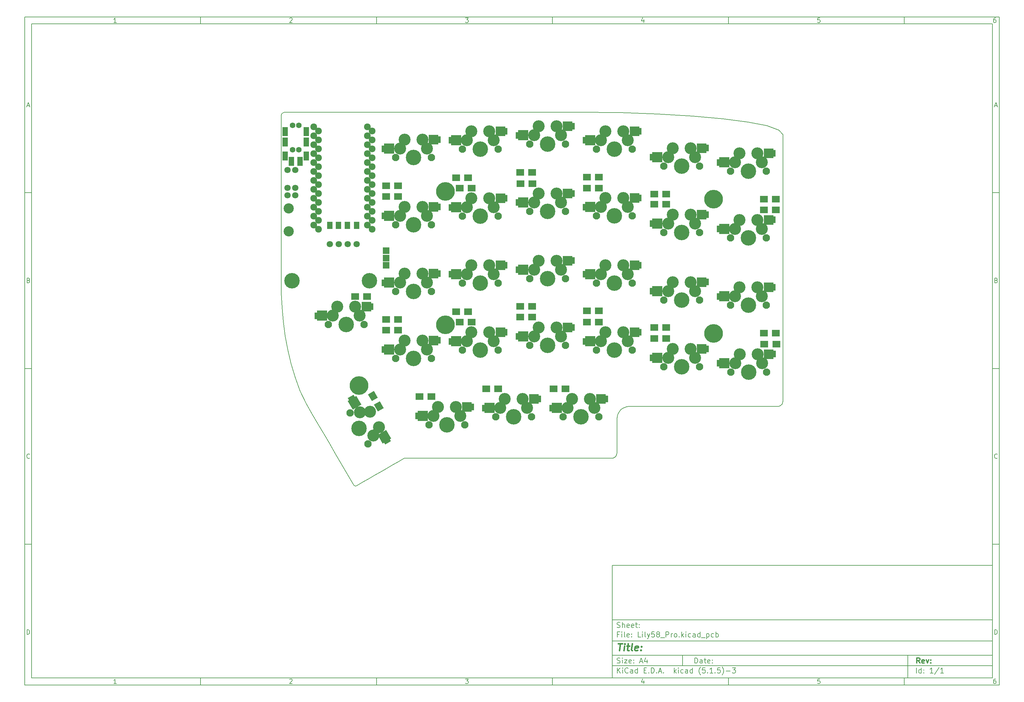
<source format=gbs>
G04 #@! TF.GenerationSoftware,KiCad,Pcbnew,(5.1.5)-3*
G04 #@! TF.CreationDate,2020-05-06T00:51:22+04:00*
G04 #@! TF.ProjectId,Lily58_Pro,4c696c79-3538-45f5-9072-6f2e6b696361,rev?*
G04 #@! TF.SameCoordinates,Original*
G04 #@! TF.FileFunction,Soldermask,Bot*
G04 #@! TF.FilePolarity,Negative*
%FSLAX46Y46*%
G04 Gerber Fmt 4.6, Leading zero omitted, Abs format (unit mm)*
G04 Created by KiCad (PCBNEW (5.1.5)-3) date 2020-05-06 00:51:22*
%MOMM*%
%LPD*%
G04 APERTURE LIST*
%ADD10C,0.100000*%
%ADD11C,0.150000*%
%ADD12C,0.300000*%
%ADD13C,0.400000*%
%ADD14C,0.200000*%
%ADD15R,2.800000X2.800000*%
%ADD16C,3.400000*%
%ADD17C,2.100000*%
%ADD18C,4.400000*%
%ADD19R,2.900000X2.900000*%
%ADD20C,0.500000*%
%ADD21R,1.100000X1.900000*%
%ADD22C,1.600000*%
%ADD23R,1.600000X2.500000*%
%ADD24R,1.924000X1.924000*%
%ADD25C,1.924000*%
%ADD26C,5.300000*%
%ADD27C,1.797000*%
%ADD28R,1.543000X1.035000*%
%ADD29C,2.900000*%
%ADD30R,2.200000X1.900000*%
G04 APERTURE END LIST*
D10*
D11*
X177002200Y-166007200D02*
X177002200Y-198007200D01*
X285002200Y-198007200D01*
X285002200Y-166007200D01*
X177002200Y-166007200D01*
D10*
D11*
X10000000Y-10000000D02*
X10000000Y-200007200D01*
X287002200Y-200007200D01*
X287002200Y-10000000D01*
X10000000Y-10000000D01*
D10*
D11*
X12000000Y-12000000D02*
X12000000Y-198007200D01*
X285002200Y-198007200D01*
X285002200Y-12000000D01*
X12000000Y-12000000D01*
D10*
D11*
X60000000Y-12000000D02*
X60000000Y-10000000D01*
D10*
D11*
X110000000Y-12000000D02*
X110000000Y-10000000D01*
D10*
D11*
X160000000Y-12000000D02*
X160000000Y-10000000D01*
D10*
D11*
X210000000Y-12000000D02*
X210000000Y-10000000D01*
D10*
D11*
X260000000Y-12000000D02*
X260000000Y-10000000D01*
D10*
D11*
X36065476Y-11588095D02*
X35322619Y-11588095D01*
X35694047Y-11588095D02*
X35694047Y-10288095D01*
X35570238Y-10473809D01*
X35446428Y-10597619D01*
X35322619Y-10659523D01*
D10*
D11*
X85322619Y-10411904D02*
X85384523Y-10350000D01*
X85508333Y-10288095D01*
X85817857Y-10288095D01*
X85941666Y-10350000D01*
X86003571Y-10411904D01*
X86065476Y-10535714D01*
X86065476Y-10659523D01*
X86003571Y-10845238D01*
X85260714Y-11588095D01*
X86065476Y-11588095D01*
D10*
D11*
X135260714Y-10288095D02*
X136065476Y-10288095D01*
X135632142Y-10783333D01*
X135817857Y-10783333D01*
X135941666Y-10845238D01*
X136003571Y-10907142D01*
X136065476Y-11030952D01*
X136065476Y-11340476D01*
X136003571Y-11464285D01*
X135941666Y-11526190D01*
X135817857Y-11588095D01*
X135446428Y-11588095D01*
X135322619Y-11526190D01*
X135260714Y-11464285D01*
D10*
D11*
X185941666Y-10721428D02*
X185941666Y-11588095D01*
X185632142Y-10226190D02*
X185322619Y-11154761D01*
X186127380Y-11154761D01*
D10*
D11*
X236003571Y-10288095D02*
X235384523Y-10288095D01*
X235322619Y-10907142D01*
X235384523Y-10845238D01*
X235508333Y-10783333D01*
X235817857Y-10783333D01*
X235941666Y-10845238D01*
X236003571Y-10907142D01*
X236065476Y-11030952D01*
X236065476Y-11340476D01*
X236003571Y-11464285D01*
X235941666Y-11526190D01*
X235817857Y-11588095D01*
X235508333Y-11588095D01*
X235384523Y-11526190D01*
X235322619Y-11464285D01*
D10*
D11*
X285941666Y-10288095D02*
X285694047Y-10288095D01*
X285570238Y-10350000D01*
X285508333Y-10411904D01*
X285384523Y-10597619D01*
X285322619Y-10845238D01*
X285322619Y-11340476D01*
X285384523Y-11464285D01*
X285446428Y-11526190D01*
X285570238Y-11588095D01*
X285817857Y-11588095D01*
X285941666Y-11526190D01*
X286003571Y-11464285D01*
X286065476Y-11340476D01*
X286065476Y-11030952D01*
X286003571Y-10907142D01*
X285941666Y-10845238D01*
X285817857Y-10783333D01*
X285570238Y-10783333D01*
X285446428Y-10845238D01*
X285384523Y-10907142D01*
X285322619Y-11030952D01*
D10*
D11*
X60000000Y-198007200D02*
X60000000Y-200007200D01*
D10*
D11*
X110000000Y-198007200D02*
X110000000Y-200007200D01*
D10*
D11*
X160000000Y-198007200D02*
X160000000Y-200007200D01*
D10*
D11*
X210000000Y-198007200D02*
X210000000Y-200007200D01*
D10*
D11*
X260000000Y-198007200D02*
X260000000Y-200007200D01*
D10*
D11*
X36065476Y-199595295D02*
X35322619Y-199595295D01*
X35694047Y-199595295D02*
X35694047Y-198295295D01*
X35570238Y-198481009D01*
X35446428Y-198604819D01*
X35322619Y-198666723D01*
D10*
D11*
X85322619Y-198419104D02*
X85384523Y-198357200D01*
X85508333Y-198295295D01*
X85817857Y-198295295D01*
X85941666Y-198357200D01*
X86003571Y-198419104D01*
X86065476Y-198542914D01*
X86065476Y-198666723D01*
X86003571Y-198852438D01*
X85260714Y-199595295D01*
X86065476Y-199595295D01*
D10*
D11*
X135260714Y-198295295D02*
X136065476Y-198295295D01*
X135632142Y-198790533D01*
X135817857Y-198790533D01*
X135941666Y-198852438D01*
X136003571Y-198914342D01*
X136065476Y-199038152D01*
X136065476Y-199347676D01*
X136003571Y-199471485D01*
X135941666Y-199533390D01*
X135817857Y-199595295D01*
X135446428Y-199595295D01*
X135322619Y-199533390D01*
X135260714Y-199471485D01*
D10*
D11*
X185941666Y-198728628D02*
X185941666Y-199595295D01*
X185632142Y-198233390D02*
X185322619Y-199161961D01*
X186127380Y-199161961D01*
D10*
D11*
X236003571Y-198295295D02*
X235384523Y-198295295D01*
X235322619Y-198914342D01*
X235384523Y-198852438D01*
X235508333Y-198790533D01*
X235817857Y-198790533D01*
X235941666Y-198852438D01*
X236003571Y-198914342D01*
X236065476Y-199038152D01*
X236065476Y-199347676D01*
X236003571Y-199471485D01*
X235941666Y-199533390D01*
X235817857Y-199595295D01*
X235508333Y-199595295D01*
X235384523Y-199533390D01*
X235322619Y-199471485D01*
D10*
D11*
X285941666Y-198295295D02*
X285694047Y-198295295D01*
X285570238Y-198357200D01*
X285508333Y-198419104D01*
X285384523Y-198604819D01*
X285322619Y-198852438D01*
X285322619Y-199347676D01*
X285384523Y-199471485D01*
X285446428Y-199533390D01*
X285570238Y-199595295D01*
X285817857Y-199595295D01*
X285941666Y-199533390D01*
X286003571Y-199471485D01*
X286065476Y-199347676D01*
X286065476Y-199038152D01*
X286003571Y-198914342D01*
X285941666Y-198852438D01*
X285817857Y-198790533D01*
X285570238Y-198790533D01*
X285446428Y-198852438D01*
X285384523Y-198914342D01*
X285322619Y-199038152D01*
D10*
D11*
X10000000Y-60000000D02*
X12000000Y-60000000D01*
D10*
D11*
X10000000Y-110000000D02*
X12000000Y-110000000D01*
D10*
D11*
X10000000Y-160000000D02*
X12000000Y-160000000D01*
D10*
D11*
X10690476Y-35216666D02*
X11309523Y-35216666D01*
X10566666Y-35588095D02*
X11000000Y-34288095D01*
X11433333Y-35588095D01*
D10*
D11*
X11092857Y-84907142D02*
X11278571Y-84969047D01*
X11340476Y-85030952D01*
X11402380Y-85154761D01*
X11402380Y-85340476D01*
X11340476Y-85464285D01*
X11278571Y-85526190D01*
X11154761Y-85588095D01*
X10659523Y-85588095D01*
X10659523Y-84288095D01*
X11092857Y-84288095D01*
X11216666Y-84350000D01*
X11278571Y-84411904D01*
X11340476Y-84535714D01*
X11340476Y-84659523D01*
X11278571Y-84783333D01*
X11216666Y-84845238D01*
X11092857Y-84907142D01*
X10659523Y-84907142D01*
D10*
D11*
X11402380Y-135464285D02*
X11340476Y-135526190D01*
X11154761Y-135588095D01*
X11030952Y-135588095D01*
X10845238Y-135526190D01*
X10721428Y-135402380D01*
X10659523Y-135278571D01*
X10597619Y-135030952D01*
X10597619Y-134845238D01*
X10659523Y-134597619D01*
X10721428Y-134473809D01*
X10845238Y-134350000D01*
X11030952Y-134288095D01*
X11154761Y-134288095D01*
X11340476Y-134350000D01*
X11402380Y-134411904D01*
D10*
D11*
X10659523Y-185588095D02*
X10659523Y-184288095D01*
X10969047Y-184288095D01*
X11154761Y-184350000D01*
X11278571Y-184473809D01*
X11340476Y-184597619D01*
X11402380Y-184845238D01*
X11402380Y-185030952D01*
X11340476Y-185278571D01*
X11278571Y-185402380D01*
X11154761Y-185526190D01*
X10969047Y-185588095D01*
X10659523Y-185588095D01*
D10*
D11*
X287002200Y-60000000D02*
X285002200Y-60000000D01*
D10*
D11*
X287002200Y-110000000D02*
X285002200Y-110000000D01*
D10*
D11*
X287002200Y-160000000D02*
X285002200Y-160000000D01*
D10*
D11*
X285692676Y-35216666D02*
X286311723Y-35216666D01*
X285568866Y-35588095D02*
X286002200Y-34288095D01*
X286435533Y-35588095D01*
D10*
D11*
X286095057Y-84907142D02*
X286280771Y-84969047D01*
X286342676Y-85030952D01*
X286404580Y-85154761D01*
X286404580Y-85340476D01*
X286342676Y-85464285D01*
X286280771Y-85526190D01*
X286156961Y-85588095D01*
X285661723Y-85588095D01*
X285661723Y-84288095D01*
X286095057Y-84288095D01*
X286218866Y-84350000D01*
X286280771Y-84411904D01*
X286342676Y-84535714D01*
X286342676Y-84659523D01*
X286280771Y-84783333D01*
X286218866Y-84845238D01*
X286095057Y-84907142D01*
X285661723Y-84907142D01*
D10*
D11*
X286404580Y-135464285D02*
X286342676Y-135526190D01*
X286156961Y-135588095D01*
X286033152Y-135588095D01*
X285847438Y-135526190D01*
X285723628Y-135402380D01*
X285661723Y-135278571D01*
X285599819Y-135030952D01*
X285599819Y-134845238D01*
X285661723Y-134597619D01*
X285723628Y-134473809D01*
X285847438Y-134350000D01*
X286033152Y-134288095D01*
X286156961Y-134288095D01*
X286342676Y-134350000D01*
X286404580Y-134411904D01*
D10*
D11*
X285661723Y-185588095D02*
X285661723Y-184288095D01*
X285971247Y-184288095D01*
X286156961Y-184350000D01*
X286280771Y-184473809D01*
X286342676Y-184597619D01*
X286404580Y-184845238D01*
X286404580Y-185030952D01*
X286342676Y-185278571D01*
X286280771Y-185402380D01*
X286156961Y-185526190D01*
X285971247Y-185588095D01*
X285661723Y-185588095D01*
D10*
D11*
X200434342Y-193785771D02*
X200434342Y-192285771D01*
X200791485Y-192285771D01*
X201005771Y-192357200D01*
X201148628Y-192500057D01*
X201220057Y-192642914D01*
X201291485Y-192928628D01*
X201291485Y-193142914D01*
X201220057Y-193428628D01*
X201148628Y-193571485D01*
X201005771Y-193714342D01*
X200791485Y-193785771D01*
X200434342Y-193785771D01*
X202577200Y-193785771D02*
X202577200Y-193000057D01*
X202505771Y-192857200D01*
X202362914Y-192785771D01*
X202077200Y-192785771D01*
X201934342Y-192857200D01*
X202577200Y-193714342D02*
X202434342Y-193785771D01*
X202077200Y-193785771D01*
X201934342Y-193714342D01*
X201862914Y-193571485D01*
X201862914Y-193428628D01*
X201934342Y-193285771D01*
X202077200Y-193214342D01*
X202434342Y-193214342D01*
X202577200Y-193142914D01*
X203077200Y-192785771D02*
X203648628Y-192785771D01*
X203291485Y-192285771D02*
X203291485Y-193571485D01*
X203362914Y-193714342D01*
X203505771Y-193785771D01*
X203648628Y-193785771D01*
X204720057Y-193714342D02*
X204577200Y-193785771D01*
X204291485Y-193785771D01*
X204148628Y-193714342D01*
X204077200Y-193571485D01*
X204077200Y-193000057D01*
X204148628Y-192857200D01*
X204291485Y-192785771D01*
X204577200Y-192785771D01*
X204720057Y-192857200D01*
X204791485Y-193000057D01*
X204791485Y-193142914D01*
X204077200Y-193285771D01*
X205434342Y-193642914D02*
X205505771Y-193714342D01*
X205434342Y-193785771D01*
X205362914Y-193714342D01*
X205434342Y-193642914D01*
X205434342Y-193785771D01*
X205434342Y-192857200D02*
X205505771Y-192928628D01*
X205434342Y-193000057D01*
X205362914Y-192928628D01*
X205434342Y-192857200D01*
X205434342Y-193000057D01*
D10*
D11*
X177002200Y-194507200D02*
X285002200Y-194507200D01*
D10*
D11*
X178434342Y-196585771D02*
X178434342Y-195085771D01*
X179291485Y-196585771D02*
X178648628Y-195728628D01*
X179291485Y-195085771D02*
X178434342Y-195942914D01*
X179934342Y-196585771D02*
X179934342Y-195585771D01*
X179934342Y-195085771D02*
X179862914Y-195157200D01*
X179934342Y-195228628D01*
X180005771Y-195157200D01*
X179934342Y-195085771D01*
X179934342Y-195228628D01*
X181505771Y-196442914D02*
X181434342Y-196514342D01*
X181220057Y-196585771D01*
X181077200Y-196585771D01*
X180862914Y-196514342D01*
X180720057Y-196371485D01*
X180648628Y-196228628D01*
X180577200Y-195942914D01*
X180577200Y-195728628D01*
X180648628Y-195442914D01*
X180720057Y-195300057D01*
X180862914Y-195157200D01*
X181077200Y-195085771D01*
X181220057Y-195085771D01*
X181434342Y-195157200D01*
X181505771Y-195228628D01*
X182791485Y-196585771D02*
X182791485Y-195800057D01*
X182720057Y-195657200D01*
X182577200Y-195585771D01*
X182291485Y-195585771D01*
X182148628Y-195657200D01*
X182791485Y-196514342D02*
X182648628Y-196585771D01*
X182291485Y-196585771D01*
X182148628Y-196514342D01*
X182077200Y-196371485D01*
X182077200Y-196228628D01*
X182148628Y-196085771D01*
X182291485Y-196014342D01*
X182648628Y-196014342D01*
X182791485Y-195942914D01*
X184148628Y-196585771D02*
X184148628Y-195085771D01*
X184148628Y-196514342D02*
X184005771Y-196585771D01*
X183720057Y-196585771D01*
X183577200Y-196514342D01*
X183505771Y-196442914D01*
X183434342Y-196300057D01*
X183434342Y-195871485D01*
X183505771Y-195728628D01*
X183577200Y-195657200D01*
X183720057Y-195585771D01*
X184005771Y-195585771D01*
X184148628Y-195657200D01*
X186005771Y-195800057D02*
X186505771Y-195800057D01*
X186720057Y-196585771D02*
X186005771Y-196585771D01*
X186005771Y-195085771D01*
X186720057Y-195085771D01*
X187362914Y-196442914D02*
X187434342Y-196514342D01*
X187362914Y-196585771D01*
X187291485Y-196514342D01*
X187362914Y-196442914D01*
X187362914Y-196585771D01*
X188077200Y-196585771D02*
X188077200Y-195085771D01*
X188434342Y-195085771D01*
X188648628Y-195157200D01*
X188791485Y-195300057D01*
X188862914Y-195442914D01*
X188934342Y-195728628D01*
X188934342Y-195942914D01*
X188862914Y-196228628D01*
X188791485Y-196371485D01*
X188648628Y-196514342D01*
X188434342Y-196585771D01*
X188077200Y-196585771D01*
X189577200Y-196442914D02*
X189648628Y-196514342D01*
X189577200Y-196585771D01*
X189505771Y-196514342D01*
X189577200Y-196442914D01*
X189577200Y-196585771D01*
X190220057Y-196157200D02*
X190934342Y-196157200D01*
X190077200Y-196585771D02*
X190577200Y-195085771D01*
X191077200Y-196585771D01*
X191577200Y-196442914D02*
X191648628Y-196514342D01*
X191577200Y-196585771D01*
X191505771Y-196514342D01*
X191577200Y-196442914D01*
X191577200Y-196585771D01*
X194577200Y-196585771D02*
X194577200Y-195085771D01*
X194720057Y-196014342D02*
X195148628Y-196585771D01*
X195148628Y-195585771D02*
X194577200Y-196157200D01*
X195791485Y-196585771D02*
X195791485Y-195585771D01*
X195791485Y-195085771D02*
X195720057Y-195157200D01*
X195791485Y-195228628D01*
X195862914Y-195157200D01*
X195791485Y-195085771D01*
X195791485Y-195228628D01*
X197148628Y-196514342D02*
X197005771Y-196585771D01*
X196720057Y-196585771D01*
X196577200Y-196514342D01*
X196505771Y-196442914D01*
X196434342Y-196300057D01*
X196434342Y-195871485D01*
X196505771Y-195728628D01*
X196577200Y-195657200D01*
X196720057Y-195585771D01*
X197005771Y-195585771D01*
X197148628Y-195657200D01*
X198434342Y-196585771D02*
X198434342Y-195800057D01*
X198362914Y-195657200D01*
X198220057Y-195585771D01*
X197934342Y-195585771D01*
X197791485Y-195657200D01*
X198434342Y-196514342D02*
X198291485Y-196585771D01*
X197934342Y-196585771D01*
X197791485Y-196514342D01*
X197720057Y-196371485D01*
X197720057Y-196228628D01*
X197791485Y-196085771D01*
X197934342Y-196014342D01*
X198291485Y-196014342D01*
X198434342Y-195942914D01*
X199791485Y-196585771D02*
X199791485Y-195085771D01*
X199791485Y-196514342D02*
X199648628Y-196585771D01*
X199362914Y-196585771D01*
X199220057Y-196514342D01*
X199148628Y-196442914D01*
X199077200Y-196300057D01*
X199077200Y-195871485D01*
X199148628Y-195728628D01*
X199220057Y-195657200D01*
X199362914Y-195585771D01*
X199648628Y-195585771D01*
X199791485Y-195657200D01*
X202077200Y-197157200D02*
X202005771Y-197085771D01*
X201862914Y-196871485D01*
X201791485Y-196728628D01*
X201720057Y-196514342D01*
X201648628Y-196157200D01*
X201648628Y-195871485D01*
X201720057Y-195514342D01*
X201791485Y-195300057D01*
X201862914Y-195157200D01*
X202005771Y-194942914D01*
X202077200Y-194871485D01*
X203362914Y-195085771D02*
X202648628Y-195085771D01*
X202577200Y-195800057D01*
X202648628Y-195728628D01*
X202791485Y-195657200D01*
X203148628Y-195657200D01*
X203291485Y-195728628D01*
X203362914Y-195800057D01*
X203434342Y-195942914D01*
X203434342Y-196300057D01*
X203362914Y-196442914D01*
X203291485Y-196514342D01*
X203148628Y-196585771D01*
X202791485Y-196585771D01*
X202648628Y-196514342D01*
X202577200Y-196442914D01*
X204077200Y-196442914D02*
X204148628Y-196514342D01*
X204077200Y-196585771D01*
X204005771Y-196514342D01*
X204077200Y-196442914D01*
X204077200Y-196585771D01*
X205577200Y-196585771D02*
X204720057Y-196585771D01*
X205148628Y-196585771D02*
X205148628Y-195085771D01*
X205005771Y-195300057D01*
X204862914Y-195442914D01*
X204720057Y-195514342D01*
X206220057Y-196442914D02*
X206291485Y-196514342D01*
X206220057Y-196585771D01*
X206148628Y-196514342D01*
X206220057Y-196442914D01*
X206220057Y-196585771D01*
X207648628Y-195085771D02*
X206934342Y-195085771D01*
X206862914Y-195800057D01*
X206934342Y-195728628D01*
X207077200Y-195657200D01*
X207434342Y-195657200D01*
X207577200Y-195728628D01*
X207648628Y-195800057D01*
X207720057Y-195942914D01*
X207720057Y-196300057D01*
X207648628Y-196442914D01*
X207577200Y-196514342D01*
X207434342Y-196585771D01*
X207077200Y-196585771D01*
X206934342Y-196514342D01*
X206862914Y-196442914D01*
X208220057Y-197157200D02*
X208291485Y-197085771D01*
X208434342Y-196871485D01*
X208505771Y-196728628D01*
X208577200Y-196514342D01*
X208648628Y-196157200D01*
X208648628Y-195871485D01*
X208577200Y-195514342D01*
X208505771Y-195300057D01*
X208434342Y-195157200D01*
X208291485Y-194942914D01*
X208220057Y-194871485D01*
X209362914Y-196014342D02*
X210505771Y-196014342D01*
X211077200Y-195085771D02*
X212005771Y-195085771D01*
X211505771Y-195657200D01*
X211720057Y-195657200D01*
X211862914Y-195728628D01*
X211934342Y-195800057D01*
X212005771Y-195942914D01*
X212005771Y-196300057D01*
X211934342Y-196442914D01*
X211862914Y-196514342D01*
X211720057Y-196585771D01*
X211291485Y-196585771D01*
X211148628Y-196514342D01*
X211077200Y-196442914D01*
D10*
D11*
X177002200Y-191507200D02*
X285002200Y-191507200D01*
D10*
D12*
X264411485Y-193785771D02*
X263911485Y-193071485D01*
X263554342Y-193785771D02*
X263554342Y-192285771D01*
X264125771Y-192285771D01*
X264268628Y-192357200D01*
X264340057Y-192428628D01*
X264411485Y-192571485D01*
X264411485Y-192785771D01*
X264340057Y-192928628D01*
X264268628Y-193000057D01*
X264125771Y-193071485D01*
X263554342Y-193071485D01*
X265625771Y-193714342D02*
X265482914Y-193785771D01*
X265197200Y-193785771D01*
X265054342Y-193714342D01*
X264982914Y-193571485D01*
X264982914Y-193000057D01*
X265054342Y-192857200D01*
X265197200Y-192785771D01*
X265482914Y-192785771D01*
X265625771Y-192857200D01*
X265697200Y-193000057D01*
X265697200Y-193142914D01*
X264982914Y-193285771D01*
X266197200Y-192785771D02*
X266554342Y-193785771D01*
X266911485Y-192785771D01*
X267482914Y-193642914D02*
X267554342Y-193714342D01*
X267482914Y-193785771D01*
X267411485Y-193714342D01*
X267482914Y-193642914D01*
X267482914Y-193785771D01*
X267482914Y-192857200D02*
X267554342Y-192928628D01*
X267482914Y-193000057D01*
X267411485Y-192928628D01*
X267482914Y-192857200D01*
X267482914Y-193000057D01*
D10*
D11*
X178362914Y-193714342D02*
X178577200Y-193785771D01*
X178934342Y-193785771D01*
X179077200Y-193714342D01*
X179148628Y-193642914D01*
X179220057Y-193500057D01*
X179220057Y-193357200D01*
X179148628Y-193214342D01*
X179077200Y-193142914D01*
X178934342Y-193071485D01*
X178648628Y-193000057D01*
X178505771Y-192928628D01*
X178434342Y-192857200D01*
X178362914Y-192714342D01*
X178362914Y-192571485D01*
X178434342Y-192428628D01*
X178505771Y-192357200D01*
X178648628Y-192285771D01*
X179005771Y-192285771D01*
X179220057Y-192357200D01*
X179862914Y-193785771D02*
X179862914Y-192785771D01*
X179862914Y-192285771D02*
X179791485Y-192357200D01*
X179862914Y-192428628D01*
X179934342Y-192357200D01*
X179862914Y-192285771D01*
X179862914Y-192428628D01*
X180434342Y-192785771D02*
X181220057Y-192785771D01*
X180434342Y-193785771D01*
X181220057Y-193785771D01*
X182362914Y-193714342D02*
X182220057Y-193785771D01*
X181934342Y-193785771D01*
X181791485Y-193714342D01*
X181720057Y-193571485D01*
X181720057Y-193000057D01*
X181791485Y-192857200D01*
X181934342Y-192785771D01*
X182220057Y-192785771D01*
X182362914Y-192857200D01*
X182434342Y-193000057D01*
X182434342Y-193142914D01*
X181720057Y-193285771D01*
X183077200Y-193642914D02*
X183148628Y-193714342D01*
X183077200Y-193785771D01*
X183005771Y-193714342D01*
X183077200Y-193642914D01*
X183077200Y-193785771D01*
X183077200Y-192857200D02*
X183148628Y-192928628D01*
X183077200Y-193000057D01*
X183005771Y-192928628D01*
X183077200Y-192857200D01*
X183077200Y-193000057D01*
X184862914Y-193357200D02*
X185577200Y-193357200D01*
X184720057Y-193785771D02*
X185220057Y-192285771D01*
X185720057Y-193785771D01*
X186862914Y-192785771D02*
X186862914Y-193785771D01*
X186505771Y-192214342D02*
X186148628Y-193285771D01*
X187077200Y-193285771D01*
D10*
D11*
X263434342Y-196585771D02*
X263434342Y-195085771D01*
X264791485Y-196585771D02*
X264791485Y-195085771D01*
X264791485Y-196514342D02*
X264648628Y-196585771D01*
X264362914Y-196585771D01*
X264220057Y-196514342D01*
X264148628Y-196442914D01*
X264077200Y-196300057D01*
X264077200Y-195871485D01*
X264148628Y-195728628D01*
X264220057Y-195657200D01*
X264362914Y-195585771D01*
X264648628Y-195585771D01*
X264791485Y-195657200D01*
X265505771Y-196442914D02*
X265577200Y-196514342D01*
X265505771Y-196585771D01*
X265434342Y-196514342D01*
X265505771Y-196442914D01*
X265505771Y-196585771D01*
X265505771Y-195657200D02*
X265577200Y-195728628D01*
X265505771Y-195800057D01*
X265434342Y-195728628D01*
X265505771Y-195657200D01*
X265505771Y-195800057D01*
X268148628Y-196585771D02*
X267291485Y-196585771D01*
X267720057Y-196585771D02*
X267720057Y-195085771D01*
X267577200Y-195300057D01*
X267434342Y-195442914D01*
X267291485Y-195514342D01*
X269862914Y-195014342D02*
X268577200Y-196942914D01*
X271148628Y-196585771D02*
X270291485Y-196585771D01*
X270720057Y-196585771D02*
X270720057Y-195085771D01*
X270577200Y-195300057D01*
X270434342Y-195442914D01*
X270291485Y-195514342D01*
D10*
D11*
X177002200Y-187507200D02*
X285002200Y-187507200D01*
D10*
D13*
X178714580Y-188211961D02*
X179857438Y-188211961D01*
X179036009Y-190211961D02*
X179286009Y-188211961D01*
X180274104Y-190211961D02*
X180440771Y-188878628D01*
X180524104Y-188211961D02*
X180416961Y-188307200D01*
X180500295Y-188402438D01*
X180607438Y-188307200D01*
X180524104Y-188211961D01*
X180500295Y-188402438D01*
X181107438Y-188878628D02*
X181869342Y-188878628D01*
X181476485Y-188211961D02*
X181262200Y-189926247D01*
X181333628Y-190116723D01*
X181512200Y-190211961D01*
X181702676Y-190211961D01*
X182655057Y-190211961D02*
X182476485Y-190116723D01*
X182405057Y-189926247D01*
X182619342Y-188211961D01*
X184190771Y-190116723D02*
X183988390Y-190211961D01*
X183607438Y-190211961D01*
X183428866Y-190116723D01*
X183357438Y-189926247D01*
X183452676Y-189164342D01*
X183571723Y-188973866D01*
X183774104Y-188878628D01*
X184155057Y-188878628D01*
X184333628Y-188973866D01*
X184405057Y-189164342D01*
X184381247Y-189354819D01*
X183405057Y-189545295D01*
X185155057Y-190021485D02*
X185238390Y-190116723D01*
X185131247Y-190211961D01*
X185047914Y-190116723D01*
X185155057Y-190021485D01*
X185131247Y-190211961D01*
X185286009Y-188973866D02*
X185369342Y-189069104D01*
X185262200Y-189164342D01*
X185178866Y-189069104D01*
X185286009Y-188973866D01*
X185262200Y-189164342D01*
D10*
D11*
X178934342Y-185600057D02*
X178434342Y-185600057D01*
X178434342Y-186385771D02*
X178434342Y-184885771D01*
X179148628Y-184885771D01*
X179720057Y-186385771D02*
X179720057Y-185385771D01*
X179720057Y-184885771D02*
X179648628Y-184957200D01*
X179720057Y-185028628D01*
X179791485Y-184957200D01*
X179720057Y-184885771D01*
X179720057Y-185028628D01*
X180648628Y-186385771D02*
X180505771Y-186314342D01*
X180434342Y-186171485D01*
X180434342Y-184885771D01*
X181791485Y-186314342D02*
X181648628Y-186385771D01*
X181362914Y-186385771D01*
X181220057Y-186314342D01*
X181148628Y-186171485D01*
X181148628Y-185600057D01*
X181220057Y-185457200D01*
X181362914Y-185385771D01*
X181648628Y-185385771D01*
X181791485Y-185457200D01*
X181862914Y-185600057D01*
X181862914Y-185742914D01*
X181148628Y-185885771D01*
X182505771Y-186242914D02*
X182577200Y-186314342D01*
X182505771Y-186385771D01*
X182434342Y-186314342D01*
X182505771Y-186242914D01*
X182505771Y-186385771D01*
X182505771Y-185457200D02*
X182577200Y-185528628D01*
X182505771Y-185600057D01*
X182434342Y-185528628D01*
X182505771Y-185457200D01*
X182505771Y-185600057D01*
X185077200Y-186385771D02*
X184362914Y-186385771D01*
X184362914Y-184885771D01*
X185577200Y-186385771D02*
X185577200Y-185385771D01*
X185577200Y-184885771D02*
X185505771Y-184957200D01*
X185577200Y-185028628D01*
X185648628Y-184957200D01*
X185577200Y-184885771D01*
X185577200Y-185028628D01*
X186505771Y-186385771D02*
X186362914Y-186314342D01*
X186291485Y-186171485D01*
X186291485Y-184885771D01*
X186934342Y-185385771D02*
X187291485Y-186385771D01*
X187648628Y-185385771D02*
X187291485Y-186385771D01*
X187148628Y-186742914D01*
X187077200Y-186814342D01*
X186934342Y-186885771D01*
X188934342Y-184885771D02*
X188220057Y-184885771D01*
X188148628Y-185600057D01*
X188220057Y-185528628D01*
X188362914Y-185457200D01*
X188720057Y-185457200D01*
X188862914Y-185528628D01*
X188934342Y-185600057D01*
X189005771Y-185742914D01*
X189005771Y-186100057D01*
X188934342Y-186242914D01*
X188862914Y-186314342D01*
X188720057Y-186385771D01*
X188362914Y-186385771D01*
X188220057Y-186314342D01*
X188148628Y-186242914D01*
X189862914Y-185528628D02*
X189720057Y-185457200D01*
X189648628Y-185385771D01*
X189577200Y-185242914D01*
X189577200Y-185171485D01*
X189648628Y-185028628D01*
X189720057Y-184957200D01*
X189862914Y-184885771D01*
X190148628Y-184885771D01*
X190291485Y-184957200D01*
X190362914Y-185028628D01*
X190434342Y-185171485D01*
X190434342Y-185242914D01*
X190362914Y-185385771D01*
X190291485Y-185457200D01*
X190148628Y-185528628D01*
X189862914Y-185528628D01*
X189720057Y-185600057D01*
X189648628Y-185671485D01*
X189577200Y-185814342D01*
X189577200Y-186100057D01*
X189648628Y-186242914D01*
X189720057Y-186314342D01*
X189862914Y-186385771D01*
X190148628Y-186385771D01*
X190291485Y-186314342D01*
X190362914Y-186242914D01*
X190434342Y-186100057D01*
X190434342Y-185814342D01*
X190362914Y-185671485D01*
X190291485Y-185600057D01*
X190148628Y-185528628D01*
X190720057Y-186528628D02*
X191862914Y-186528628D01*
X192220057Y-186385771D02*
X192220057Y-184885771D01*
X192791485Y-184885771D01*
X192934342Y-184957200D01*
X193005771Y-185028628D01*
X193077200Y-185171485D01*
X193077200Y-185385771D01*
X193005771Y-185528628D01*
X192934342Y-185600057D01*
X192791485Y-185671485D01*
X192220057Y-185671485D01*
X193720057Y-186385771D02*
X193720057Y-185385771D01*
X193720057Y-185671485D02*
X193791485Y-185528628D01*
X193862914Y-185457200D01*
X194005771Y-185385771D01*
X194148628Y-185385771D01*
X194862914Y-186385771D02*
X194720057Y-186314342D01*
X194648628Y-186242914D01*
X194577200Y-186100057D01*
X194577200Y-185671485D01*
X194648628Y-185528628D01*
X194720057Y-185457200D01*
X194862914Y-185385771D01*
X195077200Y-185385771D01*
X195220057Y-185457200D01*
X195291485Y-185528628D01*
X195362914Y-185671485D01*
X195362914Y-186100057D01*
X195291485Y-186242914D01*
X195220057Y-186314342D01*
X195077200Y-186385771D01*
X194862914Y-186385771D01*
X196005771Y-186242914D02*
X196077200Y-186314342D01*
X196005771Y-186385771D01*
X195934342Y-186314342D01*
X196005771Y-186242914D01*
X196005771Y-186385771D01*
X196720057Y-186385771D02*
X196720057Y-184885771D01*
X196862914Y-185814342D02*
X197291485Y-186385771D01*
X197291485Y-185385771D02*
X196720057Y-185957200D01*
X197934342Y-186385771D02*
X197934342Y-185385771D01*
X197934342Y-184885771D02*
X197862914Y-184957200D01*
X197934342Y-185028628D01*
X198005771Y-184957200D01*
X197934342Y-184885771D01*
X197934342Y-185028628D01*
X199291485Y-186314342D02*
X199148628Y-186385771D01*
X198862914Y-186385771D01*
X198720057Y-186314342D01*
X198648628Y-186242914D01*
X198577200Y-186100057D01*
X198577200Y-185671485D01*
X198648628Y-185528628D01*
X198720057Y-185457200D01*
X198862914Y-185385771D01*
X199148628Y-185385771D01*
X199291485Y-185457200D01*
X200577200Y-186385771D02*
X200577200Y-185600057D01*
X200505771Y-185457200D01*
X200362914Y-185385771D01*
X200077200Y-185385771D01*
X199934342Y-185457200D01*
X200577200Y-186314342D02*
X200434342Y-186385771D01*
X200077200Y-186385771D01*
X199934342Y-186314342D01*
X199862914Y-186171485D01*
X199862914Y-186028628D01*
X199934342Y-185885771D01*
X200077200Y-185814342D01*
X200434342Y-185814342D01*
X200577200Y-185742914D01*
X201934342Y-186385771D02*
X201934342Y-184885771D01*
X201934342Y-186314342D02*
X201791485Y-186385771D01*
X201505771Y-186385771D01*
X201362914Y-186314342D01*
X201291485Y-186242914D01*
X201220057Y-186100057D01*
X201220057Y-185671485D01*
X201291485Y-185528628D01*
X201362914Y-185457200D01*
X201505771Y-185385771D01*
X201791485Y-185385771D01*
X201934342Y-185457200D01*
X202291485Y-186528628D02*
X203434342Y-186528628D01*
X203791485Y-185385771D02*
X203791485Y-186885771D01*
X203791485Y-185457200D02*
X203934342Y-185385771D01*
X204220057Y-185385771D01*
X204362914Y-185457200D01*
X204434342Y-185528628D01*
X204505771Y-185671485D01*
X204505771Y-186100057D01*
X204434342Y-186242914D01*
X204362914Y-186314342D01*
X204220057Y-186385771D01*
X203934342Y-186385771D01*
X203791485Y-186314342D01*
X205791485Y-186314342D02*
X205648628Y-186385771D01*
X205362914Y-186385771D01*
X205220057Y-186314342D01*
X205148628Y-186242914D01*
X205077200Y-186100057D01*
X205077200Y-185671485D01*
X205148628Y-185528628D01*
X205220057Y-185457200D01*
X205362914Y-185385771D01*
X205648628Y-185385771D01*
X205791485Y-185457200D01*
X206434342Y-186385771D02*
X206434342Y-184885771D01*
X206434342Y-185457200D02*
X206577200Y-185385771D01*
X206862914Y-185385771D01*
X207005771Y-185457200D01*
X207077200Y-185528628D01*
X207148628Y-185671485D01*
X207148628Y-186100057D01*
X207077200Y-186242914D01*
X207005771Y-186314342D01*
X206862914Y-186385771D01*
X206577200Y-186385771D01*
X206434342Y-186314342D01*
D10*
D11*
X177002200Y-181507200D02*
X285002200Y-181507200D01*
D10*
D11*
X178362914Y-183614342D02*
X178577200Y-183685771D01*
X178934342Y-183685771D01*
X179077200Y-183614342D01*
X179148628Y-183542914D01*
X179220057Y-183400057D01*
X179220057Y-183257200D01*
X179148628Y-183114342D01*
X179077200Y-183042914D01*
X178934342Y-182971485D01*
X178648628Y-182900057D01*
X178505771Y-182828628D01*
X178434342Y-182757200D01*
X178362914Y-182614342D01*
X178362914Y-182471485D01*
X178434342Y-182328628D01*
X178505771Y-182257200D01*
X178648628Y-182185771D01*
X179005771Y-182185771D01*
X179220057Y-182257200D01*
X179862914Y-183685771D02*
X179862914Y-182185771D01*
X180505771Y-183685771D02*
X180505771Y-182900057D01*
X180434342Y-182757200D01*
X180291485Y-182685771D01*
X180077200Y-182685771D01*
X179934342Y-182757200D01*
X179862914Y-182828628D01*
X181791485Y-183614342D02*
X181648628Y-183685771D01*
X181362914Y-183685771D01*
X181220057Y-183614342D01*
X181148628Y-183471485D01*
X181148628Y-182900057D01*
X181220057Y-182757200D01*
X181362914Y-182685771D01*
X181648628Y-182685771D01*
X181791485Y-182757200D01*
X181862914Y-182900057D01*
X181862914Y-183042914D01*
X181148628Y-183185771D01*
X183077200Y-183614342D02*
X182934342Y-183685771D01*
X182648628Y-183685771D01*
X182505771Y-183614342D01*
X182434342Y-183471485D01*
X182434342Y-182900057D01*
X182505771Y-182757200D01*
X182648628Y-182685771D01*
X182934342Y-182685771D01*
X183077200Y-182757200D01*
X183148628Y-182900057D01*
X183148628Y-183042914D01*
X182434342Y-183185771D01*
X183577200Y-182685771D02*
X184148628Y-182685771D01*
X183791485Y-182185771D02*
X183791485Y-183471485D01*
X183862914Y-183614342D01*
X184005771Y-183685771D01*
X184148628Y-183685771D01*
X184648628Y-183542914D02*
X184720057Y-183614342D01*
X184648628Y-183685771D01*
X184577200Y-183614342D01*
X184648628Y-183542914D01*
X184648628Y-183685771D01*
X184648628Y-182757200D02*
X184720057Y-182828628D01*
X184648628Y-182900057D01*
X184577200Y-182828628D01*
X184648628Y-182757200D01*
X184648628Y-182900057D01*
D10*
D11*
X197002200Y-191507200D02*
X197002200Y-194507200D01*
D10*
D11*
X261002200Y-191507200D02*
X261002200Y-198007200D01*
D14*
X116186619Y-136480784D02*
X117862313Y-135510645D01*
X114510925Y-137450923D02*
X116186619Y-136480784D01*
X82937528Y-50750629D02*
X82937528Y-44443695D01*
X82937528Y-57057562D02*
X82937528Y-50750629D01*
X115211711Y-37086762D02*
X104803877Y-37086762D01*
X218692418Y-120789735D02*
X223959999Y-120789735D01*
X213424836Y-120789735D02*
X218692418Y-120789735D01*
X208157255Y-120789735D02*
X213424836Y-120789735D01*
X202889673Y-120789735D02*
X208157255Y-120789735D01*
X197622092Y-120789735D02*
X202889673Y-120789735D01*
X192354511Y-120789735D02*
X197622092Y-120789735D01*
X187086929Y-120789735D02*
X192354511Y-120789735D01*
X181819348Y-120789735D02*
X187086929Y-120789735D01*
X181113524Y-120860778D02*
X181819348Y-120789735D01*
X180456326Y-121064561D02*
X181113524Y-120860778D01*
X179861773Y-121387065D02*
X180456326Y-121064561D01*
X179343884Y-121814271D02*
X179861773Y-121387065D01*
X178916678Y-122332160D02*
X179343884Y-121814271D01*
X178594174Y-122926713D02*
X178916678Y-122332160D01*
X178390391Y-123583911D02*
X178594174Y-122926713D01*
X178319348Y-124289735D02*
X178390391Y-123583911D01*
X199807654Y-38170488D02*
X189919538Y-37585374D01*
X208420758Y-38945561D02*
X199807654Y-38170488D01*
X215525697Y-39885159D02*
X208420758Y-38945561D01*
X220889319Y-40963847D02*
X215525697Y-39885159D01*
X178989563Y-37215654D02*
X167250881Y-37086762D01*
X189919538Y-37585374D02*
X178989563Y-37215654D01*
X177658308Y-135255660D02*
X177403500Y-135393876D01*
X177880261Y-135072571D02*
X177658308Y-135255660D01*
X178063349Y-134850619D02*
X177880261Y-135072571D01*
X178201565Y-134595810D02*
X178063349Y-134850619D01*
X178288901Y-134314154D02*
X178201565Y-134595810D01*
X178319348Y-134011658D02*
X178288901Y-134314154D01*
X225460000Y-52918378D02*
X225460000Y-62400000D01*
X225460000Y-43436755D02*
X225460000Y-52918378D01*
X82937528Y-69671429D02*
X82937528Y-63364495D01*
X82937528Y-75978362D02*
X82937528Y-69671429D01*
X82937528Y-82285296D02*
X82937528Y-75978362D01*
X82937528Y-88592229D02*
X82937528Y-82285296D01*
X104803877Y-37086762D02*
X94396044Y-37086762D01*
X125619545Y-37086762D02*
X115211711Y-37086762D01*
X136027379Y-37086762D02*
X125619545Y-37086762D01*
X146435213Y-37086762D02*
X136027379Y-37086762D01*
X156843047Y-37086762D02*
X146435213Y-37086762D01*
X167250881Y-37086762D02*
X156843047Y-37086762D01*
X83400937Y-37265961D02*
X83579303Y-37169210D01*
X83245570Y-37394123D02*
X83400937Y-37265961D01*
X83117409Y-37549489D02*
X83245570Y-37394123D01*
X83020657Y-37727855D02*
X83117409Y-37549489D01*
X82959523Y-37925015D02*
X83020657Y-37727855D01*
X82938210Y-38136762D02*
X82959523Y-37925015D01*
X83776462Y-37108075D02*
X83988210Y-37086762D01*
X83579303Y-37169210D02*
X83776462Y-37108075D01*
X94396044Y-37086762D02*
X83988210Y-37086762D01*
X82937528Y-63364495D02*
X82937528Y-57057562D01*
X82937528Y-44443695D02*
X82937528Y-38136762D01*
X88291758Y-116318073D02*
X89993333Y-119989540D01*
X86863105Y-112530670D02*
X88291758Y-116318073D01*
X85688004Y-108649127D02*
X86863105Y-112530670D01*
X84747083Y-104695246D02*
X85688004Y-108649127D01*
X84020972Y-100690825D02*
X84747083Y-104695246D01*
X83490297Y-96657663D02*
X84020972Y-100690825D01*
X83135690Y-92617561D02*
X83490297Y-96657663D01*
X82937777Y-88592317D02*
X83135690Y-92617561D01*
X104288864Y-143357278D02*
X104456758Y-143271756D01*
X104130206Y-143404468D02*
X104288864Y-143357278D01*
X103981252Y-143413974D02*
X104130206Y-143404468D01*
X103842470Y-143386445D02*
X103981252Y-143413974D01*
X103714328Y-143322532D02*
X103842470Y-143386445D01*
X103597295Y-143222884D02*
X103714328Y-143322532D01*
X103491837Y-143088150D02*
X103597295Y-143222884D01*
X103398425Y-142918979D02*
X103491837Y-143088150D01*
X112835230Y-138421062D02*
X114510925Y-137450923D01*
X111159536Y-139391201D02*
X112835230Y-138421062D01*
X109483841Y-140361340D02*
X111159536Y-139391201D01*
X107808147Y-141331479D02*
X109483841Y-140361340D01*
X106132452Y-142301617D02*
X107808147Y-141331479D01*
X104456758Y-143271756D02*
X106132452Y-142301617D01*
X101722730Y-140052659D02*
X103398425Y-142918979D01*
X100047036Y-137186340D02*
X101722730Y-140052659D01*
X98371341Y-134320020D02*
X100047036Y-137186340D01*
X96695647Y-131453701D02*
X98371341Y-134320020D01*
X95019952Y-128587381D02*
X96695647Y-131453701D01*
X93344258Y-125721062D02*
X95019952Y-128587381D01*
X91668563Y-122854742D02*
X93344258Y-125721062D01*
X89992869Y-119988423D02*
X91668563Y-122854742D01*
X169449826Y-135511658D02*
X176819348Y-135511658D01*
X162080304Y-135511658D02*
X169449826Y-135511658D01*
X154710782Y-135511658D02*
X162080304Y-135511658D01*
X147341260Y-135511658D02*
X154710782Y-135511658D01*
X139971738Y-135511658D02*
X147341260Y-135511658D01*
X132602217Y-135511658D02*
X139971738Y-135511658D01*
X125232695Y-135511658D02*
X132602217Y-135511658D01*
X117863173Y-135511658D02*
X125232695Y-135511658D01*
X178319348Y-131597973D02*
X178319348Y-134011658D01*
X178319348Y-130379933D02*
X178319348Y-131597973D01*
X178319348Y-129161894D02*
X178319348Y-130379933D01*
X178319348Y-127943854D02*
X178319348Y-129161894D01*
X178319348Y-126725814D02*
X178319348Y-127943854D01*
X178319348Y-125507775D02*
X178319348Y-126725814D01*
X178319348Y-124289735D02*
X178319348Y-125507775D01*
X177121844Y-135481211D02*
X176819348Y-135511658D01*
X177403500Y-135393876D02*
X177121844Y-135481211D01*
X224278471Y-42156190D02*
X220889319Y-40963847D01*
X225460000Y-43436755D02*
X224278471Y-42156190D01*
X224262495Y-120759288D02*
X223959999Y-120789735D01*
X224544152Y-120671952D02*
X224262495Y-120759288D01*
X224798960Y-120533736D02*
X224544152Y-120671952D01*
X225020912Y-120350648D02*
X224798960Y-120533736D01*
X225204001Y-120128696D02*
X225020912Y-120350648D01*
X225342217Y-119873887D02*
X225204001Y-120128696D01*
X225429552Y-119592231D02*
X225342217Y-119873887D01*
X225459999Y-119289735D02*
X225429552Y-119592231D01*
X225460000Y-109808112D02*
X225460000Y-119289735D01*
X225460000Y-100326490D02*
X225460000Y-109808112D01*
X225460000Y-90844867D02*
X225460000Y-100326490D01*
X225460000Y-81363245D02*
X225460000Y-90844867D01*
X225460000Y-71881623D02*
X225460000Y-81363245D01*
X225460000Y-62400000D02*
X225460000Y-71881623D01*
D15*
X145200000Y-80620000D03*
D16*
X135690000Y-83159999D03*
D17*
X134420000Y-85700000D03*
X144580000Y-85700000D03*
D18*
X139500000Y-85700000D03*
D16*
X142040000Y-80620000D03*
D19*
X132600000Y-83160000D03*
D20*
X135675000Y-83120000D03*
X143325000Y-83120000D03*
D16*
X136960000Y-80620000D03*
X143310000Y-83160000D03*
X143310000Y-83160000D03*
D21*
X146700000Y-80600000D03*
X131000000Y-83200000D03*
D10*
G36*
X114161845Y-129908781D02*
G01*
X111736973Y-131308781D01*
X110336973Y-128883909D01*
X112761845Y-127483909D01*
X114161845Y-129908781D01*
G37*
D16*
X105294705Y-122430443D03*
D17*
X102460000Y-122600591D03*
X107540000Y-131399409D03*
D18*
X105000000Y-127000000D03*
D16*
X110669409Y-126659705D03*
D10*
G36*
X105730442Y-120285162D02*
G01*
X103218968Y-121735162D01*
X101768968Y-119223688D01*
X104280442Y-117773688D01*
X105730442Y-120285162D01*
G37*
D20*
X105321846Y-122397453D03*
X109146846Y-129022547D03*
D16*
X108129409Y-122260295D03*
X109104705Y-129029557D03*
X109104705Y-129029557D03*
D10*
G36*
X111919006Y-130684069D02*
G01*
X113564454Y-129734069D01*
X114114454Y-130686697D01*
X112469006Y-131636697D01*
X111919006Y-130684069D01*
G37*
G36*
X101817340Y-118387470D02*
G01*
X103462788Y-117437470D01*
X104012788Y-118390098D01*
X102367340Y-119340098D01*
X101817340Y-118387470D01*
G37*
D15*
X173800000Y-118670000D03*
D16*
X164290000Y-121209999D03*
D17*
X163020000Y-123750000D03*
X173180000Y-123750000D03*
D18*
X168100000Y-123750000D03*
D16*
X170640000Y-118670000D03*
D19*
X161200000Y-121210000D03*
D20*
X164275000Y-121170000D03*
X171925000Y-121170000D03*
D16*
X165560000Y-118670000D03*
X171910000Y-121210000D03*
X171910000Y-121210000D03*
D21*
X175300000Y-118650000D03*
X159600000Y-121250000D03*
D15*
X154700000Y-118670000D03*
D16*
X145190000Y-121209999D03*
D17*
X143920000Y-123750000D03*
X154080000Y-123750000D03*
D18*
X149000000Y-123750000D03*
D16*
X151540000Y-118670000D03*
D19*
X142100000Y-121210000D03*
D20*
X145175000Y-121170000D03*
X152825000Y-121170000D03*
D16*
X146460000Y-118670000D03*
X152810000Y-121210000D03*
X152810000Y-121210000D03*
D21*
X156200000Y-118650000D03*
X140500000Y-121250000D03*
D15*
X135700000Y-120920000D03*
D16*
X126190000Y-123459999D03*
D17*
X124920000Y-126000000D03*
X135080000Y-126000000D03*
D18*
X130000000Y-126000000D03*
D16*
X132540000Y-120920000D03*
D19*
X123100000Y-123460000D03*
D20*
X126175000Y-123420000D03*
X133825000Y-123420000D03*
D16*
X127460000Y-120920000D03*
X133810000Y-123460000D03*
X133810000Y-123460000D03*
D21*
X137200000Y-120900000D03*
X121500000Y-123500000D03*
D15*
X107100000Y-92420000D03*
D16*
X97590000Y-94959999D03*
D17*
X96320000Y-97500000D03*
X106480000Y-97500000D03*
D18*
X101400000Y-97500000D03*
D16*
X103940000Y-92420000D03*
D19*
X94500000Y-94960000D03*
D20*
X97575000Y-94920000D03*
X105225000Y-94920000D03*
D16*
X98860000Y-92420000D03*
X105210000Y-94960000D03*
X105210000Y-94960000D03*
D21*
X108600000Y-92400000D03*
X92900000Y-95000000D03*
D15*
X221450000Y-105920000D03*
D16*
X211940000Y-108459999D03*
D17*
X210670000Y-111000000D03*
X220830000Y-111000000D03*
D18*
X215750000Y-111000000D03*
D16*
X218290000Y-105920000D03*
D19*
X208850000Y-108460000D03*
D20*
X211925000Y-108420000D03*
X219575000Y-108420000D03*
D16*
X213210000Y-105920000D03*
X219560000Y-108460000D03*
X219560000Y-108460000D03*
D21*
X222950000Y-105900000D03*
X207250000Y-108500000D03*
D15*
X202400000Y-104420000D03*
D16*
X192890000Y-106959999D03*
D17*
X191620000Y-109500000D03*
X201780000Y-109500000D03*
D18*
X196700000Y-109500000D03*
D16*
X199240000Y-104420000D03*
D19*
X189800000Y-106960000D03*
D20*
X192875000Y-106920000D03*
X200525000Y-106920000D03*
D16*
X194160000Y-104420000D03*
X200510000Y-106960000D03*
X200510000Y-106960000D03*
D21*
X203900000Y-104400000D03*
X188200000Y-107000000D03*
D15*
X183300000Y-99720000D03*
D16*
X173790000Y-102259999D03*
D17*
X172520000Y-104800000D03*
X182680000Y-104800000D03*
D18*
X177600000Y-104800000D03*
D16*
X180140000Y-99720000D03*
D19*
X170700000Y-102260000D03*
D20*
X173775000Y-102220000D03*
X181425000Y-102220000D03*
D16*
X175060000Y-99720000D03*
X181410000Y-102260000D03*
X181410000Y-102260000D03*
D21*
X184800000Y-99700000D03*
X169100000Y-102300000D03*
D15*
X164300000Y-98320000D03*
D16*
X154790000Y-100859999D03*
D17*
X153520000Y-103400000D03*
X163680000Y-103400000D03*
D18*
X158600000Y-103400000D03*
D16*
X161140000Y-98320000D03*
D19*
X151700000Y-100860000D03*
D20*
X154775000Y-100820000D03*
X162425000Y-100820000D03*
D16*
X156060000Y-98320000D03*
X162410000Y-100860000D03*
X162410000Y-100860000D03*
D21*
X165800000Y-98300000D03*
X150100000Y-100900000D03*
D15*
X145200000Y-99720000D03*
D16*
X135690000Y-102259999D03*
D17*
X134420000Y-104800000D03*
X144580000Y-104800000D03*
D18*
X139500000Y-104800000D03*
D16*
X142040000Y-99720000D03*
D19*
X132600000Y-102260000D03*
D20*
X135675000Y-102220000D03*
X143325000Y-102220000D03*
D16*
X136960000Y-99720000D03*
X143310000Y-102260000D03*
X143310000Y-102260000D03*
D21*
X146700000Y-99700000D03*
X131000000Y-102300000D03*
D15*
X126200000Y-102020000D03*
D16*
X116690000Y-104559999D03*
D17*
X115420000Y-107100000D03*
X125580000Y-107100000D03*
D18*
X120500000Y-107100000D03*
D16*
X123040000Y-102020000D03*
D19*
X113600000Y-104560000D03*
D20*
X116675000Y-104520000D03*
X124325000Y-104520000D03*
D16*
X117960000Y-102020000D03*
X124310000Y-104560000D03*
X124310000Y-104560000D03*
D21*
X127700000Y-102000000D03*
X112000000Y-104600000D03*
D15*
X221400000Y-86920000D03*
D16*
X211890000Y-89459999D03*
D17*
X210620000Y-92000000D03*
X220780000Y-92000000D03*
D18*
X215700000Y-92000000D03*
D16*
X218240000Y-86920000D03*
D19*
X208800000Y-89460000D03*
D20*
X211875000Y-89420000D03*
X219525000Y-89420000D03*
D16*
X213160000Y-86920000D03*
X219510000Y-89460000D03*
X219510000Y-89460000D03*
D21*
X222900000Y-86900000D03*
X207200000Y-89500000D03*
D15*
X202400000Y-85420000D03*
D16*
X192890000Y-87959999D03*
D17*
X191620000Y-90500000D03*
X201780000Y-90500000D03*
D18*
X196700000Y-90500000D03*
D16*
X199240000Y-85420000D03*
D19*
X189800000Y-87960000D03*
D20*
X192875000Y-87920000D03*
X200525000Y-87920000D03*
D16*
X194160000Y-85420000D03*
X200510000Y-87960000D03*
X200510000Y-87960000D03*
D21*
X203900000Y-85400000D03*
X188200000Y-88000000D03*
D15*
X183300000Y-80620000D03*
D16*
X173790000Y-83159999D03*
D17*
X172520000Y-85700000D03*
X182680000Y-85700000D03*
D18*
X177600000Y-85700000D03*
D16*
X180140000Y-80620000D03*
D19*
X170700000Y-83160000D03*
D20*
X173775000Y-83120000D03*
X181425000Y-83120000D03*
D16*
X175060000Y-80620000D03*
X181410000Y-83160000D03*
X181410000Y-83160000D03*
D21*
X184800000Y-80600000D03*
X169100000Y-83200000D03*
D15*
X164300000Y-79320000D03*
D16*
X154790000Y-81859999D03*
D17*
X153520000Y-84400000D03*
X163680000Y-84400000D03*
D18*
X158600000Y-84400000D03*
D16*
X161140000Y-79320000D03*
D19*
X151700000Y-81860000D03*
D20*
X154775000Y-81820000D03*
X162425000Y-81820000D03*
D16*
X156060000Y-79320000D03*
X162410000Y-81860000D03*
X162410000Y-81860000D03*
D21*
X165800000Y-79300000D03*
X150100000Y-81900000D03*
D15*
X126200000Y-83020000D03*
D16*
X116690000Y-85559999D03*
D17*
X115420000Y-88100000D03*
X125580000Y-88100000D03*
D18*
X120500000Y-88100000D03*
D16*
X123040000Y-83020000D03*
D19*
X113600000Y-85560000D03*
D20*
X116675000Y-85520000D03*
X124325000Y-85520000D03*
D16*
X117960000Y-83020000D03*
X124310000Y-85560000D03*
X124310000Y-85560000D03*
D21*
X127700000Y-83000000D03*
X112000000Y-85600000D03*
D15*
X221400000Y-67720000D03*
D16*
X211890000Y-70259999D03*
D17*
X210620000Y-72800000D03*
X220780000Y-72800000D03*
D18*
X215700000Y-72800000D03*
D16*
X218240000Y-67720000D03*
D19*
X208800000Y-70260000D03*
D20*
X211875000Y-70220000D03*
X219525000Y-70220000D03*
D16*
X213160000Y-67720000D03*
X219510000Y-70260000D03*
X219510000Y-70260000D03*
D21*
X222900000Y-67700000D03*
X207200000Y-70300000D03*
D15*
X202400000Y-66220000D03*
D16*
X192890000Y-68759999D03*
D17*
X191620000Y-71300000D03*
X201780000Y-71300000D03*
D18*
X196700000Y-71300000D03*
D16*
X199240000Y-66220000D03*
D19*
X189800000Y-68760000D03*
D20*
X192875000Y-68720000D03*
X200525000Y-68720000D03*
D16*
X194160000Y-66220000D03*
X200510000Y-68760000D03*
X200510000Y-68760000D03*
D21*
X203900000Y-66200000D03*
X188200000Y-68800000D03*
D15*
X183300000Y-61520000D03*
D16*
X173790000Y-64059999D03*
D17*
X172520000Y-66600000D03*
X182680000Y-66600000D03*
D18*
X177600000Y-66600000D03*
D16*
X180140000Y-61520000D03*
D19*
X170700000Y-64060000D03*
D20*
X173775000Y-64020000D03*
X181425000Y-64020000D03*
D16*
X175060000Y-61520000D03*
X181410000Y-64060000D03*
X181410000Y-64060000D03*
D21*
X184800000Y-61500000D03*
X169100000Y-64100000D03*
D15*
X164300000Y-60220000D03*
D16*
X154790000Y-62759999D03*
D17*
X153520000Y-65300000D03*
X163680000Y-65300000D03*
D18*
X158600000Y-65300000D03*
D16*
X161140000Y-60220000D03*
D19*
X151700000Y-62760000D03*
D20*
X154775000Y-62720000D03*
X162425000Y-62720000D03*
D16*
X156060000Y-60220000D03*
X162410000Y-62760000D03*
X162410000Y-62760000D03*
D21*
X165800000Y-60200000D03*
X150100000Y-62800000D03*
D15*
X145200000Y-61620000D03*
D16*
X135690000Y-64159999D03*
D17*
X134420000Y-66700000D03*
X144580000Y-66700000D03*
D18*
X139500000Y-66700000D03*
D16*
X142040000Y-61620000D03*
D19*
X132600000Y-64160000D03*
D20*
X135675000Y-64120000D03*
X143325000Y-64120000D03*
D16*
X136960000Y-61620000D03*
X143310000Y-64160000D03*
X143310000Y-64160000D03*
D21*
X146700000Y-61600000D03*
X131000000Y-64200000D03*
D15*
X126200000Y-64020000D03*
D16*
X116690000Y-66559999D03*
D17*
X115420000Y-69100000D03*
X125580000Y-69100000D03*
D18*
X120500000Y-69100000D03*
D16*
X123040000Y-64020000D03*
D19*
X113600000Y-66560000D03*
D20*
X116675000Y-66520000D03*
X124325000Y-66520000D03*
D16*
X117960000Y-64020000D03*
X124310000Y-66560000D03*
X124310000Y-66560000D03*
D21*
X127700000Y-64000000D03*
X112000000Y-66600000D03*
D15*
X221400000Y-48820000D03*
D16*
X211890000Y-51359999D03*
D17*
X210620000Y-53900000D03*
X220780000Y-53900000D03*
D18*
X215700000Y-53900000D03*
D16*
X218240000Y-48820000D03*
D19*
X208800000Y-51360000D03*
D20*
X211875000Y-51320000D03*
X219525000Y-51320000D03*
D16*
X213160000Y-48820000D03*
X219510000Y-51360000D03*
X219510000Y-51360000D03*
D21*
X222900000Y-48800000D03*
X207200000Y-51400000D03*
D15*
X202400000Y-47320000D03*
D16*
X192890000Y-49859999D03*
D17*
X191620000Y-52400000D03*
X201780000Y-52400000D03*
D18*
X196700000Y-52400000D03*
D16*
X199240000Y-47320000D03*
D19*
X189800000Y-49860000D03*
D20*
X192875000Y-49820000D03*
X200525000Y-49820000D03*
D16*
X194160000Y-47320000D03*
X200510000Y-49860000D03*
X200510000Y-49860000D03*
D21*
X203900000Y-47300000D03*
X188200000Y-49900000D03*
D15*
X183300000Y-42520000D03*
D16*
X173790000Y-45059999D03*
D17*
X172520000Y-47600000D03*
X182680000Y-47600000D03*
D18*
X177600000Y-47600000D03*
D16*
X180140000Y-42520000D03*
D19*
X170700000Y-45060000D03*
D20*
X173775000Y-45020000D03*
X181425000Y-45020000D03*
D16*
X175060000Y-42520000D03*
X181410000Y-45060000D03*
X181410000Y-45060000D03*
D21*
X184800000Y-42500000D03*
X169100000Y-45100000D03*
D15*
X164300000Y-41130000D03*
D16*
X154790000Y-43669999D03*
D17*
X153520000Y-46210000D03*
X163680000Y-46210000D03*
D18*
X158600000Y-46210000D03*
D16*
X161140000Y-41130000D03*
D19*
X151700000Y-43670000D03*
D20*
X154775000Y-43630000D03*
X162425000Y-43630000D03*
D16*
X156060000Y-41130000D03*
X162410000Y-43670000D03*
X162410000Y-43670000D03*
D21*
X165800000Y-41110000D03*
X150100000Y-43710000D03*
D15*
X145200000Y-42520000D03*
D16*
X135690000Y-45059999D03*
D17*
X134420000Y-47600000D03*
X144580000Y-47600000D03*
D18*
X139500000Y-47600000D03*
D16*
X142040000Y-42520000D03*
D19*
X132600000Y-45060000D03*
D20*
X135675000Y-45020000D03*
X143325000Y-45020000D03*
D16*
X136960000Y-42520000D03*
X143310000Y-45060000D03*
X143310000Y-45060000D03*
D21*
X146700000Y-42500000D03*
X131000000Y-45100000D03*
D15*
X126200000Y-44920000D03*
D16*
X116690000Y-47459999D03*
D17*
X115420000Y-50000000D03*
X125580000Y-50000000D03*
D18*
X120500000Y-50000000D03*
D16*
X123040000Y-44920000D03*
D19*
X113600000Y-47460000D03*
D20*
X116675000Y-47420000D03*
X124325000Y-47420000D03*
D16*
X117960000Y-44920000D03*
X124310000Y-47460000D03*
X124310000Y-47460000D03*
D21*
X127700000Y-44900000D03*
X112000000Y-47500000D03*
D22*
X86150000Y-47800000D03*
X86150000Y-40800000D03*
D23*
X84050000Y-49600000D03*
X88250000Y-51100000D03*
X84050000Y-42600000D03*
X84050000Y-45600000D03*
D22*
X87900000Y-40800000D03*
X87900000Y-47800000D03*
D23*
X90000000Y-42600000D03*
X90000000Y-45600000D03*
X90000000Y-49600000D03*
X85800000Y-51100000D03*
D24*
X112700000Y-76500000D03*
X112700000Y-78600000D03*
X112700000Y-80600000D03*
D25*
X107420000Y-41230000D03*
X107420000Y-43770000D03*
X107420000Y-46310000D03*
X107420000Y-48850000D03*
X107420000Y-51390000D03*
X107420000Y-53930000D03*
X107420000Y-56470000D03*
X107420000Y-59010000D03*
X107420000Y-61550000D03*
X107420000Y-64090000D03*
X107420000Y-66630000D03*
X107420000Y-69170000D03*
X92180000Y-69170000D03*
X92180000Y-66630000D03*
X92180000Y-64090000D03*
X92180000Y-61550000D03*
X92180000Y-59010000D03*
X92180000Y-56470000D03*
X92180000Y-53930000D03*
X92180000Y-51390000D03*
X92180000Y-48850000D03*
X92180000Y-46310000D03*
X92180000Y-43770000D03*
X92180000Y-41230000D03*
X108718815Y-52585745D03*
X108718815Y-57665745D03*
X93478815Y-42425745D03*
X108718815Y-44965745D03*
X108718815Y-67825745D03*
X93478815Y-70365745D03*
X108718815Y-60205745D03*
X108718815Y-62745745D03*
X93478815Y-60205745D03*
X93478815Y-65285745D03*
X93478815Y-52585745D03*
X93478815Y-50045745D03*
X93478815Y-44965745D03*
X93478815Y-55125745D03*
X108718815Y-70365745D03*
X93478815Y-62745745D03*
X108718815Y-42425745D03*
X108718815Y-47505745D03*
X93478815Y-67825745D03*
X108718815Y-50045745D03*
X108718815Y-55125745D03*
X93478815Y-57665745D03*
X108718815Y-65285745D03*
X93478815Y-47505745D03*
D26*
X129600000Y-59600000D03*
X205800000Y-61800000D03*
X129600000Y-97600000D03*
X205800000Y-100000000D03*
X105000000Y-114800000D03*
D27*
X84700000Y-60700000D03*
X86900000Y-60700000D03*
X86938035Y-58579272D03*
X86938035Y-53499272D03*
X84688035Y-53499272D03*
X84688035Y-58579272D03*
D28*
X104300000Y-68799620D03*
X104300000Y-69800380D03*
X101700000Y-69800380D03*
X101700000Y-68799620D03*
X99200000Y-68799620D03*
X99200000Y-69800380D03*
X96700000Y-69800380D03*
X96700000Y-68799620D03*
D29*
X85000000Y-70950000D03*
X85000000Y-64450000D03*
D30*
X112700000Y-58000000D03*
X116100000Y-58000000D03*
X132600000Y-55700000D03*
X136000000Y-55700000D03*
X150800000Y-54200000D03*
X154200000Y-54200000D03*
X169800000Y-55600000D03*
X173200000Y-55600000D03*
X192300000Y-60400000D03*
X188900000Y-60400000D03*
X220100000Y-61800000D03*
X223500000Y-61800000D03*
X116100000Y-61100000D03*
X112700000Y-61100000D03*
X137000000Y-58700000D03*
X133600000Y-58700000D03*
X154300000Y-57400000D03*
X150900000Y-57400000D03*
X169800000Y-58700000D03*
X173200000Y-58700000D03*
X192300000Y-63300000D03*
X188900000Y-63300000D03*
X223500000Y-64900000D03*
X220100000Y-64900000D03*
X112700000Y-96000000D03*
X116100000Y-96000000D03*
X136000000Y-93800000D03*
X132600000Y-93800000D03*
X154200000Y-92300000D03*
X150800000Y-92300000D03*
X169800000Y-93600000D03*
X173200000Y-93600000D03*
X188900000Y-98300000D03*
X192300000Y-98300000D03*
X223500000Y-99900000D03*
X220100000Y-99900000D03*
X116100000Y-99100000D03*
X112700000Y-99100000D03*
X133600000Y-96800000D03*
X137000000Y-96800000D03*
X154200000Y-95400000D03*
X150800000Y-95400000D03*
X169800000Y-96800000D03*
X173200000Y-96800000D03*
X192300000Y-101500000D03*
X188900000Y-101500000D03*
X220200000Y-103100000D03*
X223600000Y-103100000D03*
X103900000Y-89500000D03*
X107300000Y-89500000D03*
D10*
G36*
X109277276Y-120294615D02*
G01*
X110922724Y-119344615D01*
X112022724Y-121249871D01*
X110377276Y-122199871D01*
X109277276Y-120294615D01*
G37*
G36*
X107577276Y-117350129D02*
G01*
X109222724Y-116400129D01*
X110322724Y-118305385D01*
X108677276Y-119255385D01*
X107577276Y-117350129D01*
G37*
D30*
X122200000Y-118000000D03*
X125600000Y-118000000D03*
X144600000Y-115800000D03*
X141200000Y-115800000D03*
X160300000Y-115800000D03*
X163700000Y-115800000D03*
D18*
X86000000Y-85000000D03*
X108000000Y-85000000D03*
D27*
X96700000Y-74600000D03*
X99240000Y-74600000D03*
X101780000Y-74600000D03*
X104320000Y-74600000D03*
M02*

</source>
